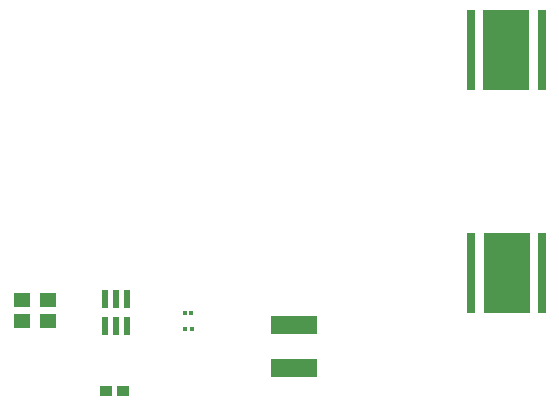
<source format=gbr>
G04*
G04 #@! TF.GenerationSoftware,Altium Limited,Altium Designer,23.0.1 (38)*
G04*
G04 Layer_Color=8421504*
%FSLAX44Y44*%
%MOMM*%
G71*
G04*
G04 #@! TF.SameCoordinates,64DEC9DB-233E-40C6-88A2-80678BC6FC1E*
G04*
G04*
G04 #@! TF.FilePolarity,Positive*
G04*
G01*
G75*
G04:AMPARAMS|DCode=14|XSize=0.4mm|YSize=0.33mm|CornerRadius=0.0825mm|HoleSize=0mm|Usage=FLASHONLY|Rotation=270.000|XOffset=0mm|YOffset=0mm|HoleType=Round|Shape=RoundedRectangle|*
%AMROUNDEDRECTD14*
21,1,0.4000,0.1650,0,0,270.0*
21,1,0.2350,0.3300,0,0,270.0*
1,1,0.1650,-0.0825,-0.1175*
1,1,0.1650,-0.0825,0.1175*
1,1,0.1650,0.0825,0.1175*
1,1,0.1650,0.0825,-0.1175*
%
%ADD14ROUNDEDRECTD14*%
G04:AMPARAMS|DCode=15|XSize=0.4mm|YSize=0.38mm|CornerRadius=0.095mm|HoleSize=0mm|Usage=FLASHONLY|Rotation=270.000|XOffset=0mm|YOffset=0mm|HoleType=Round|Shape=RoundedRectangle|*
%AMROUNDEDRECTD15*
21,1,0.4000,0.1900,0,0,270.0*
21,1,0.2100,0.3800,0,0,270.0*
1,1,0.1900,-0.0950,-0.1050*
1,1,0.1900,-0.0950,0.1050*
1,1,0.1900,0.0950,0.1050*
1,1,0.1900,0.0950,-0.1050*
%
%ADD15ROUNDEDRECTD15*%
%ADD16R,1.4700X1.1600*%
%ADD17R,1.0100X0.9300*%
%ADD18R,1.4700X1.1500*%
%ADD19R,3.9000X6.7600*%
%ADD20R,0.7000X6.7600*%
%ADD21R,4.0000X1.5000*%
%ADD22R,0.3800X0.4000*%
G04:AMPARAMS|DCode=23|XSize=1.45mm|YSize=0.59mm|CornerRadius=0.0738mm|HoleSize=0mm|Usage=FLASHONLY|Rotation=90.000|XOffset=0mm|YOffset=0mm|HoleType=Round|Shape=RoundedRectangle|*
%AMROUNDEDRECTD23*
21,1,1.4500,0.4425,0,0,90.0*
21,1,1.3025,0.5900,0,0,90.0*
1,1,0.1475,0.2213,0.6513*
1,1,0.1475,0.2213,-0.6513*
1,1,0.1475,-0.2213,-0.6513*
1,1,0.1475,-0.2213,0.6513*
%
%ADD23ROUNDEDRECTD23*%
D14*
X283741Y161314D02*
D03*
D15*
X277891D02*
D03*
D16*
X162099Y168352D02*
D03*
Y185952D02*
D03*
D17*
X225555Y108990D02*
D03*
X211375D02*
D03*
D18*
X140208Y168402D02*
D03*
Y186002D02*
D03*
D19*
X550164Y397764D02*
D03*
X550418Y209042D02*
D03*
D20*
X580164Y397764D02*
D03*
X520164D02*
D03*
X580418Y209042D02*
D03*
X520418D02*
D03*
D21*
X370078Y128558D02*
D03*
Y164558D02*
D03*
D22*
X277891Y174776D02*
D03*
X283511D02*
D03*
D23*
X210105Y163854D02*
D03*
X219605D02*
D03*
X229105D02*
D03*
Y186954D02*
D03*
X219605D02*
D03*
X210105D02*
D03*
M02*

</source>
